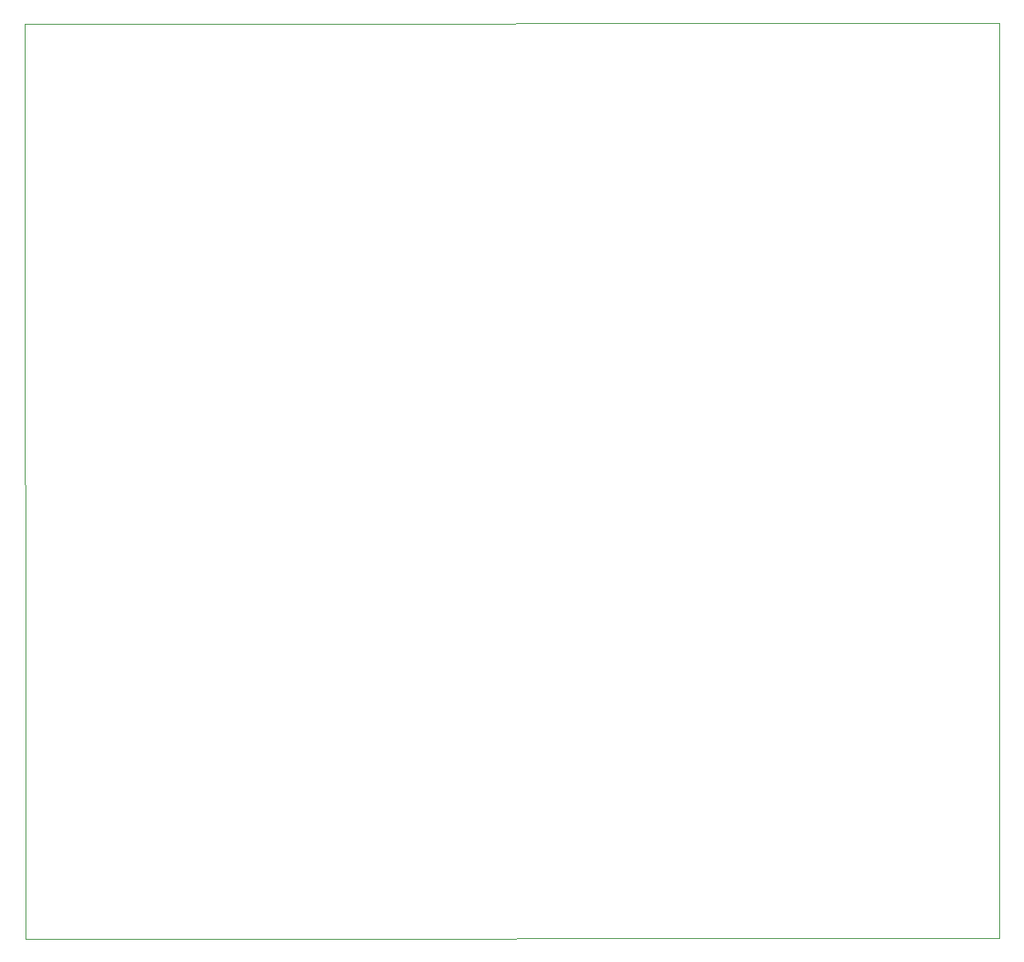
<source format=gbr>
%TF.GenerationSoftware,KiCad,Pcbnew,(5.1.10)-1*%
%TF.CreationDate,2022-05-26T21:18:39-05:00*%
%TF.ProjectId,SE,53452e6b-6963-4616-945f-706362585858,rev?*%
%TF.SameCoordinates,Original*%
%TF.FileFunction,Profile,NP*%
%FSLAX46Y46*%
G04 Gerber Fmt 4.6, Leading zero omitted, Abs format (unit mm)*
G04 Created by KiCad (PCBNEW (5.1.10)-1) date 2022-05-26 21:18:39*
%MOMM*%
%LPD*%
G01*
G04 APERTURE LIST*
%TA.AperFunction,Profile*%
%ADD10C,0.100000*%
%TD*%
G04 APERTURE END LIST*
D10*
X211720000Y-151850000D02*
X211650000Y-57830000D01*
X111730000Y-151930000D02*
X211720000Y-151850000D01*
X111620000Y-57890000D02*
X111730000Y-151930000D01*
X211650000Y-57830000D02*
X111620000Y-57890000D01*
M02*

</source>
